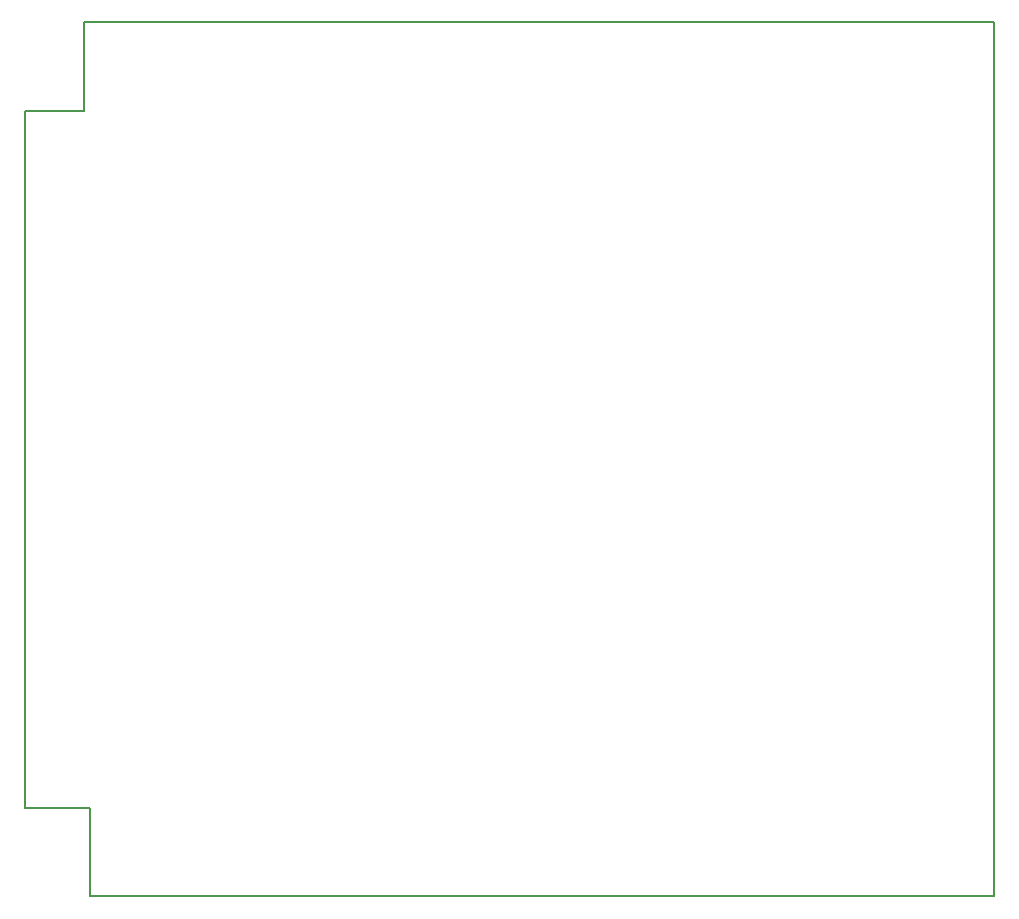
<source format=gm1>
%TF.GenerationSoftware,KiCad,Pcbnew,(6.0.7)*%
%TF.CreationDate,2023-01-31T21:17:35+00:00*%
%TF.ProjectId,dmf-5008-backpack,646d662d-3530-4303-982d-6261636b7061,rev?*%
%TF.SameCoordinates,Original*%
%TF.FileFunction,Profile,NP*%
%FSLAX46Y46*%
G04 Gerber Fmt 4.6, Leading zero omitted, Abs format (unit mm)*
G04 Created by KiCad (PCBNEW (6.0.7)) date 2023-01-31 21:17:35*
%MOMM*%
%LPD*%
G01*
G04 APERTURE LIST*
%TA.AperFunction,Profile*%
%ADD10C,0.150000*%
%TD*%
G04 APERTURE END LIST*
D10*
X108500000Y-127500000D02*
X103000000Y-127500000D01*
X185000000Y-61000000D02*
X185000000Y-135000000D01*
X103000000Y-68500000D02*
X108000000Y-68500000D01*
X108000000Y-68500000D02*
X108000000Y-61000000D01*
X108500000Y-135000000D02*
X108500000Y-127500000D01*
X108000000Y-61000000D02*
X185000000Y-61000000D01*
X185000000Y-135000000D02*
X108500000Y-135000000D01*
X103000000Y-127500000D02*
X103000000Y-68500000D01*
M02*

</source>
